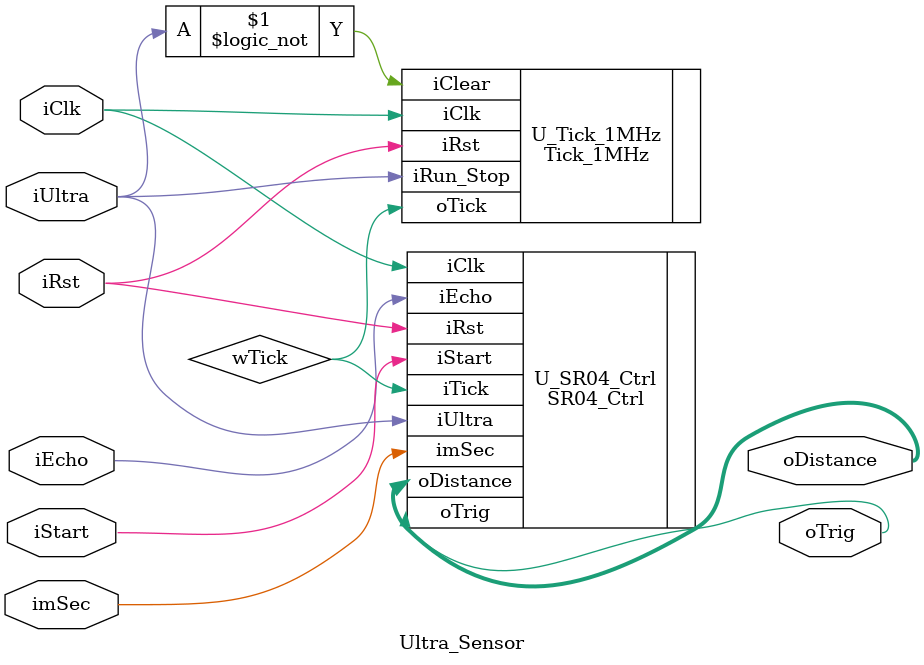
<source format=v>
`timescale 1ns / 1ps

module Ultra_Sensor(
    input           iClk,
    input           iRst,

    input           iUltra,
    input           iStart,
    input           imSec,
    input           iEcho,

    output          oTrig,
    output  [8:0]   oDistance
    );

    /***********************************************
    // Reg & Wire
    ***********************************************/
    wire            wTick;


    /***********************************************
    // Instantiation
    ***********************************************/
    Tick_1MHz       U_Tick_1MHz     (
        .iClk       (iClk),
        .iRst       (iRst),
        .iRun_Stop  (iUltra),
        .iClear     (!iUltra),
        .oTick      (wTick)
    );

    SR04_Ctrl       U_SR04_Ctrl     (
        .iClk       (iClk),
        .iRst       (iRst),
        .iUltra     (iUltra),
        .iStart     (iStart),
        .iTick      (wTick),
        .imSec      (imSec),
        .iEcho      (iEcho),
        .oTrig      (oTrig),
        .oDistance  (oDistance)
    );
    
endmodule
</source>
